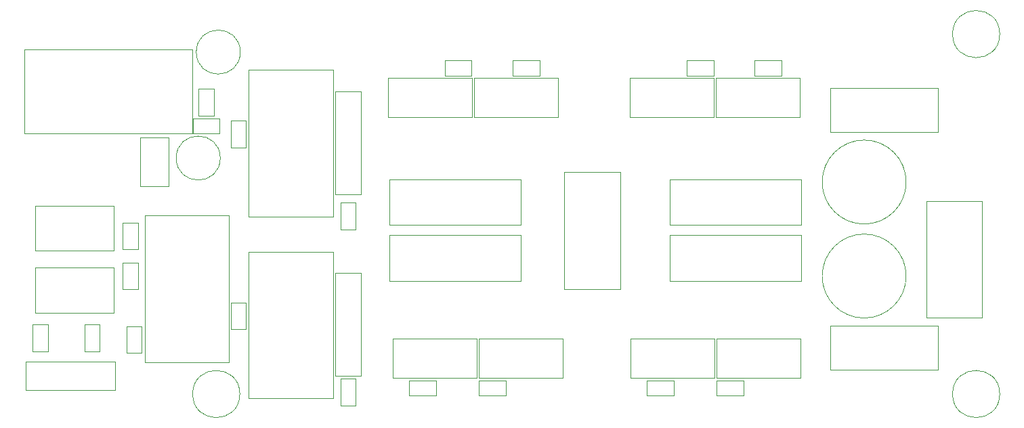
<source format=gbr>
G04 #@! TF.GenerationSoftware,KiCad,Pcbnew,5.1.5*
G04 #@! TF.CreationDate,2020-04-13T11:39:52+02:00*
G04 #@! TF.ProjectId,h_bridge,685f6272-6964-4676-952e-6b696361645f,rev?*
G04 #@! TF.SameCoordinates,Original*
G04 #@! TF.FileFunction,Other,User*
%FSLAX46Y46*%
G04 Gerber Fmt 4.6, Leading zero omitted, Abs format (unit mm)*
G04 Created by KiCad (PCBNEW 5.1.5) date 2020-04-13 11:39:52*
%MOMM*%
%LPD*%
G04 APERTURE LIST*
%ADD10C,0.050000*%
G04 APERTURE END LIST*
D10*
X130450000Y-150000000D02*
G75*
G03X130450000Y-150000000I-2950000J0D01*
G01*
X225450000Y-150000000D02*
G75*
G03X225450000Y-150000000I-2950000J0D01*
G01*
X225450000Y-105000000D02*
G75*
G03X225450000Y-105000000I-2950000J0D01*
G01*
X200460000Y-115400000D02*
X200460000Y-110490000D01*
X200460000Y-110490000D02*
X189960000Y-110490000D01*
X189960000Y-110490000D02*
X189960000Y-115400000D01*
X189960000Y-115400000D02*
X200460000Y-115400000D01*
X189710000Y-115400000D02*
X189710000Y-110490000D01*
X189710000Y-110490000D02*
X179210000Y-110490000D01*
X179210000Y-110490000D02*
X179210000Y-115400000D01*
X179210000Y-115400000D02*
X189710000Y-115400000D01*
X194820000Y-108300000D02*
X198180000Y-108300000D01*
X194820000Y-110200000D02*
X194820000Y-108300000D01*
X198180000Y-110200000D02*
X194820000Y-110200000D01*
X198180000Y-108300000D02*
X198180000Y-110200000D01*
X186320000Y-110200000D02*
X186320000Y-108300000D01*
X186320000Y-108300000D02*
X189680000Y-108300000D01*
X189680000Y-108300000D02*
X189680000Y-110200000D01*
X189680000Y-110200000D02*
X186320000Y-110200000D01*
X128000000Y-120500000D02*
G75*
G03X128000000Y-120500000I-2750000J0D01*
G01*
X130500000Y-107250000D02*
G75*
G03X130500000Y-107250000I-2750000J0D01*
G01*
X124570000Y-115550000D02*
X127930000Y-115550000D01*
X124570000Y-117450000D02*
X124570000Y-115550000D01*
X127930000Y-117450000D02*
X124570000Y-117450000D01*
X127930000Y-115550000D02*
X127930000Y-117450000D01*
X127200000Y-115180000D02*
X125300000Y-115180000D01*
X125300000Y-115180000D02*
X125300000Y-111820000D01*
X125300000Y-111820000D02*
X127200000Y-111820000D01*
X127200000Y-111820000D02*
X127200000Y-115180000D01*
X117950000Y-117910000D02*
X117950000Y-124060000D01*
X117950000Y-124060000D02*
X121550000Y-124060000D01*
X121550000Y-124060000D02*
X121550000Y-117910000D01*
X121550000Y-117910000D02*
X117950000Y-117910000D01*
X103540000Y-117460000D02*
X124500000Y-117460000D01*
X124500000Y-117460000D02*
X124500000Y-106960000D01*
X124500000Y-106960000D02*
X103540000Y-106960000D01*
X103540000Y-106960000D02*
X103540000Y-117460000D01*
X145600000Y-134900000D02*
X142400000Y-134900000D01*
X142400000Y-134900000D02*
X142400000Y-147760000D01*
X142400000Y-147760000D02*
X145600000Y-147760000D01*
X145600000Y-147760000D02*
X145600000Y-134900000D01*
X213750000Y-135250000D02*
G75*
G03X213750000Y-135250000I-5250000J0D01*
G01*
X213750000Y-123500000D02*
G75*
G03X213750000Y-123500000I-5250000J0D01*
G01*
X143050000Y-126070000D02*
X144950000Y-126070000D01*
X144950000Y-126070000D02*
X144950000Y-129430000D01*
X144950000Y-129430000D02*
X143050000Y-129430000D01*
X143050000Y-129430000D02*
X143050000Y-126070000D01*
X143050000Y-148070000D02*
X144950000Y-148070000D01*
X144950000Y-148070000D02*
X144950000Y-151430000D01*
X144950000Y-151430000D02*
X143050000Y-151430000D01*
X143050000Y-151430000D02*
X143050000Y-148070000D01*
X217750000Y-141500000D02*
X204250000Y-141500000D01*
X217750000Y-147000000D02*
X217750000Y-141500000D01*
X204250000Y-147000000D02*
X217750000Y-147000000D01*
X204250000Y-141500000D02*
X204250000Y-147000000D01*
X204250000Y-111750000D02*
X204250000Y-117250000D01*
X204250000Y-117250000D02*
X217750000Y-117250000D01*
X217750000Y-117250000D02*
X217750000Y-111750000D01*
X217750000Y-111750000D02*
X204250000Y-111750000D01*
X145600000Y-125010000D02*
X145600000Y-112150000D01*
X142400000Y-125010000D02*
X145600000Y-125010000D01*
X142400000Y-112150000D02*
X142400000Y-125010000D01*
X145600000Y-112150000D02*
X142400000Y-112150000D01*
X184200000Y-128850000D02*
X200600000Y-128850000D01*
X184200000Y-123150000D02*
X184200000Y-128850000D01*
X200600000Y-123150000D02*
X184200000Y-123150000D01*
X200600000Y-128850000D02*
X200600000Y-123150000D01*
X165550000Y-128850000D02*
X165550000Y-123150000D01*
X165550000Y-123150000D02*
X149150000Y-123150000D01*
X149150000Y-123150000D02*
X149150000Y-128850000D01*
X149150000Y-128850000D02*
X165550000Y-128850000D01*
X200600000Y-135850000D02*
X200600000Y-130150000D01*
X200600000Y-130150000D02*
X184200000Y-130150000D01*
X184200000Y-130150000D02*
X184200000Y-135850000D01*
X184200000Y-135850000D02*
X200600000Y-135850000D01*
X149150000Y-135850000D02*
X165550000Y-135850000D01*
X149150000Y-130150000D02*
X149150000Y-135850000D01*
X165550000Y-130150000D02*
X149150000Y-130150000D01*
X165550000Y-135850000D02*
X165550000Y-130150000D01*
X103700000Y-149550000D02*
X114900000Y-149550000D01*
X114900000Y-149550000D02*
X114900000Y-145950000D01*
X114900000Y-145950000D02*
X103700000Y-145950000D01*
X103700000Y-145950000D02*
X103700000Y-149550000D01*
X223250000Y-125870000D02*
X223250000Y-140490000D01*
X223250000Y-125870000D02*
X216250000Y-125870000D01*
X216250000Y-140490000D02*
X223250000Y-140490000D01*
X216250000Y-140490000D02*
X216250000Y-125870000D01*
X171000000Y-136870000D02*
X171000000Y-122250000D01*
X171000000Y-136870000D02*
X178000000Y-136870000D01*
X178000000Y-122250000D02*
X171000000Y-122250000D01*
X178000000Y-122250000D02*
X178000000Y-136870000D01*
X159710000Y-115400000D02*
X170210000Y-115400000D01*
X159710000Y-110490000D02*
X159710000Y-115400000D01*
X170210000Y-110490000D02*
X159710000Y-110490000D01*
X170210000Y-115400000D02*
X170210000Y-110490000D01*
X148960000Y-115400000D02*
X159460000Y-115400000D01*
X148960000Y-110490000D02*
X148960000Y-115400000D01*
X159460000Y-110490000D02*
X148960000Y-110490000D01*
X159460000Y-115400000D02*
X159460000Y-110490000D01*
X179290000Y-143100000D02*
X179290000Y-148010000D01*
X179290000Y-148010000D02*
X189790000Y-148010000D01*
X189790000Y-148010000D02*
X189790000Y-143100000D01*
X189790000Y-143100000D02*
X179290000Y-143100000D01*
X160290000Y-143100000D02*
X160290000Y-148010000D01*
X160290000Y-148010000D02*
X170790000Y-148010000D01*
X170790000Y-148010000D02*
X170790000Y-143100000D01*
X170790000Y-143100000D02*
X160290000Y-143100000D01*
X200540000Y-143100000D02*
X190040000Y-143100000D01*
X200540000Y-148010000D02*
X200540000Y-143100000D01*
X190040000Y-148010000D02*
X200540000Y-148010000D01*
X190040000Y-143100000D02*
X190040000Y-148010000D01*
X160040000Y-143100000D02*
X149540000Y-143100000D01*
X160040000Y-148010000D02*
X160040000Y-143100000D01*
X149540000Y-148010000D02*
X160040000Y-148010000D01*
X149540000Y-143100000D02*
X149540000Y-148010000D01*
X104550000Y-144680000D02*
X104550000Y-141320000D01*
X106450000Y-144680000D02*
X104550000Y-144680000D01*
X106450000Y-141320000D02*
X106450000Y-144680000D01*
X104550000Y-141320000D02*
X106450000Y-141320000D01*
X111050000Y-141320000D02*
X112950000Y-141320000D01*
X112950000Y-141320000D02*
X112950000Y-144680000D01*
X112950000Y-144680000D02*
X111050000Y-144680000D01*
X111050000Y-144680000D02*
X111050000Y-141320000D01*
X115800000Y-131930000D02*
X115800000Y-128570000D01*
X117700000Y-131930000D02*
X115800000Y-131930000D01*
X117700000Y-128570000D02*
X117700000Y-131930000D01*
X115800000Y-128570000D02*
X117700000Y-128570000D01*
X117700000Y-136930000D02*
X115800000Y-136930000D01*
X115800000Y-136930000D02*
X115800000Y-133570000D01*
X115800000Y-133570000D02*
X117700000Y-133570000D01*
X117700000Y-133570000D02*
X117700000Y-136930000D01*
X118200000Y-141507500D02*
X118200000Y-144867500D01*
X116300000Y-141507500D02*
X118200000Y-141507500D01*
X116300000Y-144867500D02*
X116300000Y-141507500D01*
X118200000Y-144867500D02*
X116300000Y-144867500D01*
X129300000Y-119180000D02*
X129300000Y-115820000D01*
X131200000Y-119180000D02*
X129300000Y-119180000D01*
X131200000Y-115820000D02*
X131200000Y-119180000D01*
X129300000Y-115820000D02*
X131200000Y-115820000D01*
X167930000Y-108300000D02*
X167930000Y-110200000D01*
X167930000Y-110200000D02*
X164570000Y-110200000D01*
X164570000Y-110200000D02*
X164570000Y-108300000D01*
X164570000Y-108300000D02*
X167930000Y-108300000D01*
X159430000Y-110200000D02*
X156070000Y-110200000D01*
X159430000Y-108300000D02*
X159430000Y-110200000D01*
X156070000Y-108300000D02*
X159430000Y-108300000D01*
X156070000Y-110200000D02*
X156070000Y-108300000D01*
X190070000Y-148300000D02*
X193430000Y-148300000D01*
X190070000Y-150200000D02*
X190070000Y-148300000D01*
X193430000Y-150200000D02*
X190070000Y-150200000D01*
X193430000Y-148300000D02*
X193430000Y-150200000D01*
X184680000Y-150200000D02*
X181320000Y-150200000D01*
X184680000Y-148300000D02*
X184680000Y-150200000D01*
X181320000Y-148300000D02*
X184680000Y-148300000D01*
X181320000Y-150200000D02*
X181320000Y-148300000D01*
X154992500Y-150200000D02*
X151632500Y-150200000D01*
X154992500Y-148300000D02*
X154992500Y-150200000D01*
X151632500Y-148300000D02*
X154992500Y-148300000D01*
X151632500Y-150200000D02*
X151632500Y-148300000D01*
X163680000Y-148300000D02*
X163680000Y-150200000D01*
X163680000Y-150200000D02*
X160320000Y-150200000D01*
X160320000Y-150200000D02*
X160320000Y-148300000D01*
X160320000Y-148300000D02*
X163680000Y-148300000D01*
X114700000Y-126450000D02*
X104900000Y-126450000D01*
X114700000Y-132100000D02*
X114700000Y-126450000D01*
X104900000Y-132100000D02*
X114700000Y-132100000D01*
X104900000Y-126450000D02*
X104900000Y-132100000D01*
X104900000Y-134200000D02*
X104900000Y-139850000D01*
X104900000Y-139850000D02*
X114700000Y-139850000D01*
X114700000Y-139850000D02*
X114700000Y-134200000D01*
X114700000Y-134200000D02*
X104900000Y-134200000D01*
X129100000Y-127700000D02*
X118550000Y-127700000D01*
X129100000Y-146050000D02*
X129100000Y-127700000D01*
X118550000Y-146050000D02*
X129100000Y-146050000D01*
X118550000Y-127700000D02*
X118550000Y-146050000D01*
X131550000Y-109450000D02*
X131550000Y-127800000D01*
X131550000Y-127800000D02*
X142100000Y-127800000D01*
X142100000Y-127800000D02*
X142100000Y-109450000D01*
X142100000Y-109450000D02*
X131550000Y-109450000D01*
X131550000Y-132200000D02*
X131550000Y-150550000D01*
X131550000Y-150550000D02*
X142100000Y-150550000D01*
X142100000Y-150550000D02*
X142100000Y-132200000D01*
X142100000Y-132200000D02*
X131550000Y-132200000D01*
X129300000Y-138570000D02*
X131200000Y-138570000D01*
X131200000Y-138570000D02*
X131200000Y-141930000D01*
X131200000Y-141930000D02*
X129300000Y-141930000D01*
X129300000Y-141930000D02*
X129300000Y-138570000D01*
M02*

</source>
